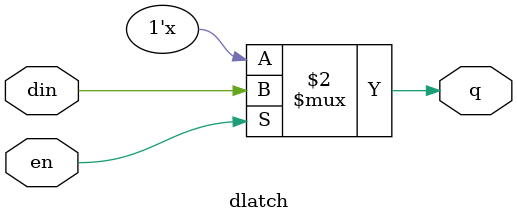
<source format=v>
module dlatch(din,en,q);
 
 input din,en;
 output reg q;
 
 always @(din,en)
 begin
  if(en)
    q<=din;
  //else
    //q<=q;
 
 end

endmodule




</source>
